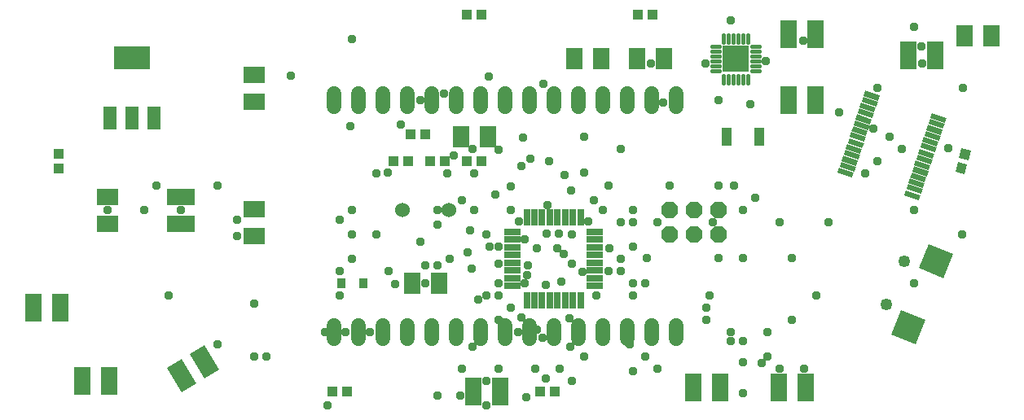
<source format=gbr>
G04 EAGLE Gerber RS-274X export*
G75*
%MOMM*%
%FSLAX34Y34*%
%LPD*%
%INSoldermask Top*%
%IPPOS*%
%AMOC8*
5,1,8,0,0,1.08239X$1,22.5*%
G01*
%ADD10R,1.803200X2.903200*%
%ADD11R,2.903200X1.803200*%
%ADD12R,0.833200X1.033200*%
%ADD13P,1.869504X8X22.500000*%
%ADD14R,1.003200X1.003200*%
%ADD15R,1.003200X1.003200*%
%ADD16C,1.524000*%
%ADD17R,2.203200X1.803200*%
%ADD18R,1.803200X2.203200*%
%ADD19R,1.003200X1.903200*%
%ADD20R,2.743200X2.743200*%
%ADD21C,1.253200*%
%ADD22R,1.703200X0.753200*%
%ADD23R,0.753200X1.703200*%
%ADD24R,0.551200X1.600200*%
%ADD25C,1.524000*%
%ADD26C,0.457200*%
%ADD27R,2.819400X2.819400*%
%ADD28R,1.422400X2.438400*%
%ADD29R,3.803200X2.403200*%
%ADD30C,0.959600*%


D10*
X801400Y44450D03*
X773400Y44450D03*
X138400Y50800D03*
X166400Y50800D03*
X87600Y127000D03*
X115600Y127000D03*
X862300Y44450D03*
X890300Y44450D03*
X544800Y40057D03*
X572800Y40057D03*
D11*
X241300Y214600D03*
X241300Y242600D03*
D10*
G36*
X250744Y78497D02*
X266167Y87838D01*
X281206Y63007D01*
X265783Y53666D01*
X250744Y78497D01*
G37*
G36*
X226794Y63993D02*
X242217Y73334D01*
X257256Y48503D01*
X241833Y39162D01*
X226794Y63993D01*
G37*
D12*
X407600Y152400D03*
X430600Y152400D03*
D13*
X749300Y203200D03*
X749300Y228600D03*
X774700Y203200D03*
X774700Y228600D03*
X800100Y203200D03*
X800100Y228600D03*
D14*
X538600Y279400D03*
X553600Y279400D03*
X114300Y271900D03*
X114300Y286900D03*
X500500Y279400D03*
X515500Y279400D03*
X462400Y279400D03*
X477400Y279400D03*
X480180Y307340D03*
X495180Y307340D03*
X538600Y431800D03*
X553600Y431800D03*
X716400Y431800D03*
X731400Y431800D03*
D15*
G36*
X1049918Y283120D02*
X1052565Y292795D01*
X1062240Y290148D01*
X1059593Y280473D01*
X1049918Y283120D01*
G37*
G36*
X1045960Y268652D02*
X1048607Y278327D01*
X1058282Y275680D01*
X1055635Y266005D01*
X1045960Y268652D01*
G37*
D14*
X614800Y40057D03*
X629800Y40057D03*
X398900Y40057D03*
X413900Y40057D03*
D16*
X471170Y228600D03*
X519430Y228600D03*
D17*
X317500Y341600D03*
X317500Y369600D03*
D18*
X532100Y304800D03*
X560100Y304800D03*
X481300Y152400D03*
X509300Y152400D03*
X1083340Y410210D03*
X1055340Y410210D03*
D17*
X317500Y201900D03*
X317500Y229900D03*
D19*
X808500Y304800D03*
X842500Y304800D03*
D20*
G36*
X1008176Y168185D02*
X1018762Y193491D01*
X1044068Y182905D01*
X1033482Y157599D01*
X1008176Y168185D01*
G37*
G36*
X979426Y99456D02*
X990012Y124762D01*
X1015318Y114176D01*
X1004732Y88870D01*
X979426Y99456D01*
G37*
D21*
X993152Y175245D03*
X974436Y130502D03*
D22*
X671650Y149800D03*
X671650Y157800D03*
X671650Y165800D03*
X671650Y173800D03*
X671650Y181800D03*
X671650Y189800D03*
X671650Y197800D03*
X671650Y205800D03*
D23*
X656650Y220800D03*
X648650Y220800D03*
X640650Y220800D03*
X632650Y220800D03*
X624650Y220800D03*
X616650Y220800D03*
X608650Y220800D03*
X600650Y220800D03*
D22*
X585650Y205800D03*
X585650Y197800D03*
X585650Y189800D03*
X585650Y181800D03*
X585650Y173800D03*
X585650Y165800D03*
X585650Y157800D03*
X585650Y149800D03*
D23*
X600650Y134800D03*
X608650Y134800D03*
X616650Y134800D03*
X624650Y134800D03*
X632650Y134800D03*
X640650Y134800D03*
X648650Y134800D03*
X656650Y134800D03*
D24*
G36*
X1020104Y324232D02*
X1021862Y329456D01*
X1037028Y324352D01*
X1035270Y319128D01*
X1020104Y324232D01*
G37*
G36*
X1018031Y318072D02*
X1019789Y323296D01*
X1034955Y318192D01*
X1033197Y312968D01*
X1018031Y318072D01*
G37*
G36*
X1015958Y311911D02*
X1017716Y317135D01*
X1032882Y312031D01*
X1031124Y306807D01*
X1015958Y311911D01*
G37*
G36*
X1013885Y305751D02*
X1015643Y310975D01*
X1030809Y305871D01*
X1029051Y300647D01*
X1013885Y305751D01*
G37*
G36*
X1011812Y299590D02*
X1013570Y304814D01*
X1028736Y299710D01*
X1026978Y294486D01*
X1011812Y299590D01*
G37*
G36*
X1009738Y293430D02*
X1011496Y298654D01*
X1026662Y293550D01*
X1024904Y288326D01*
X1009738Y293430D01*
G37*
G36*
X1007665Y287269D02*
X1009423Y292493D01*
X1024589Y287389D01*
X1022831Y282165D01*
X1007665Y287269D01*
G37*
G36*
X1003519Y274948D02*
X1005277Y280172D01*
X1020443Y275068D01*
X1018685Y269844D01*
X1003519Y274948D01*
G37*
G36*
X1005592Y281109D02*
X1007350Y286333D01*
X1022516Y281229D01*
X1020758Y276005D01*
X1005592Y281109D01*
G37*
G36*
X1001445Y268788D02*
X1003203Y274012D01*
X1018369Y268908D01*
X1016611Y263684D01*
X1001445Y268788D01*
G37*
G36*
X999372Y262627D02*
X1001130Y267851D01*
X1016296Y262747D01*
X1014538Y257523D01*
X999372Y262627D01*
G37*
G36*
X997299Y256467D02*
X999057Y261691D01*
X1014223Y256587D01*
X1012465Y251363D01*
X997299Y256467D01*
G37*
G36*
X995226Y250306D02*
X996984Y255530D01*
X1012150Y250426D01*
X1010392Y245202D01*
X995226Y250306D01*
G37*
G36*
X993152Y244146D02*
X994910Y249370D01*
X1010076Y244266D01*
X1008318Y239042D01*
X993152Y244146D01*
G37*
G36*
X950804Y347554D02*
X952562Y352778D01*
X967728Y347674D01*
X965970Y342450D01*
X950804Y347554D01*
G37*
G36*
X948730Y341394D02*
X950488Y346618D01*
X965654Y341514D01*
X963896Y336290D01*
X948730Y341394D01*
G37*
G36*
X946657Y335233D02*
X948415Y340457D01*
X963581Y335353D01*
X961823Y330129D01*
X946657Y335233D01*
G37*
G36*
X944584Y329073D02*
X946342Y334297D01*
X961508Y329193D01*
X959750Y323969D01*
X944584Y329073D01*
G37*
G36*
X942511Y322912D02*
X944269Y328136D01*
X959435Y323032D01*
X957677Y317808D01*
X942511Y322912D01*
G37*
G36*
X940437Y316752D02*
X942195Y321976D01*
X957361Y316872D01*
X955603Y311648D01*
X940437Y316752D01*
G37*
G36*
X938364Y310591D02*
X940122Y315815D01*
X955288Y310711D01*
X953530Y305487D01*
X938364Y310591D01*
G37*
G36*
X936291Y304431D02*
X938049Y309655D01*
X953215Y304551D01*
X951457Y299327D01*
X936291Y304431D01*
G37*
G36*
X934218Y298270D02*
X935976Y303494D01*
X951142Y298390D01*
X949384Y293166D01*
X934218Y298270D01*
G37*
G36*
X932144Y292110D02*
X933902Y297334D01*
X949068Y292230D01*
X947310Y287006D01*
X932144Y292110D01*
G37*
G36*
X930071Y285949D02*
X931829Y291173D01*
X946995Y286069D01*
X945237Y280845D01*
X930071Y285949D01*
G37*
G36*
X927998Y279789D02*
X929756Y285013D01*
X944922Y279909D01*
X943164Y274685D01*
X927998Y279789D01*
G37*
G36*
X925925Y273628D02*
X927683Y278852D01*
X942849Y273748D01*
X941091Y268524D01*
X925925Y273628D01*
G37*
G36*
X923852Y267468D02*
X925610Y272692D01*
X940776Y267588D01*
X939018Y262364D01*
X923852Y267468D01*
G37*
D25*
X400050Y336296D02*
X400050Y349504D01*
X425450Y349504D02*
X425450Y336296D01*
X450850Y336296D02*
X450850Y349504D01*
X476250Y349504D02*
X476250Y336296D01*
X501650Y336296D02*
X501650Y349504D01*
X527050Y349504D02*
X527050Y336296D01*
X552450Y336296D02*
X552450Y349504D01*
X577850Y349504D02*
X577850Y336296D01*
X603250Y336296D02*
X603250Y349504D01*
X628650Y349504D02*
X628650Y336296D01*
X654050Y336296D02*
X654050Y349504D01*
X679450Y349504D02*
X679450Y336296D01*
X704850Y336296D02*
X704850Y349504D01*
X730250Y349504D02*
X730250Y336296D01*
X755650Y336296D02*
X755650Y349504D01*
X400050Y108204D02*
X400050Y94996D01*
X425450Y94996D02*
X425450Y108204D01*
X450850Y108204D02*
X450850Y94996D01*
X476250Y94996D02*
X476250Y108204D01*
X501650Y108204D02*
X501650Y94996D01*
X527050Y94996D02*
X527050Y108204D01*
X552450Y108204D02*
X552450Y94996D01*
X577850Y94996D02*
X577850Y108204D01*
X603250Y108204D02*
X603250Y94996D01*
X628650Y94996D02*
X628650Y108204D01*
X654050Y108204D02*
X654050Y94996D01*
X679450Y94996D02*
X679450Y108204D01*
X704850Y108204D02*
X704850Y94996D01*
X730250Y94996D02*
X730250Y108204D01*
X755650Y108204D02*
X755650Y94996D01*
D17*
X165100Y214600D03*
X165100Y242600D03*
D26*
X805213Y403086D02*
X805213Y410706D01*
X810259Y410706D02*
X810259Y403086D01*
X815305Y403086D02*
X815305Y410706D01*
X820655Y410706D02*
X820655Y403086D01*
X825676Y403086D02*
X825676Y410706D01*
X830747Y410706D02*
X830747Y403086D01*
X805213Y368674D02*
X805213Y361054D01*
X810259Y361054D02*
X810259Y368674D01*
X815305Y368674D02*
X815305Y361054D01*
X820655Y361054D02*
X820655Y368674D01*
X825676Y368674D02*
X825676Y361054D01*
X830747Y361054D02*
X830747Y368674D01*
X834932Y373113D02*
X842552Y373113D01*
X842552Y378159D02*
X834932Y378159D01*
X834932Y383205D02*
X842552Y383205D01*
X842552Y388555D02*
X834932Y388555D01*
X834932Y393576D02*
X842552Y393576D01*
X842552Y398647D02*
X834932Y398647D01*
X801028Y373113D02*
X793408Y373113D01*
X793408Y378159D02*
X801028Y378159D01*
X801028Y383205D02*
X793408Y383205D01*
X793408Y388555D02*
X801028Y388555D01*
X801028Y393576D02*
X793408Y393576D01*
X793408Y398647D02*
X801028Y398647D01*
D27*
X818080Y385980D03*
D10*
X996920Y389890D03*
X1024920Y389890D03*
X873095Y411480D03*
X901095Y411480D03*
D18*
X714980Y385880D03*
X742980Y385880D03*
X650210Y385880D03*
X678210Y385880D03*
D10*
X873095Y342900D03*
X901095Y342900D03*
D28*
X167386Y324612D03*
X190500Y324612D03*
X213614Y324612D03*
D29*
X190500Y386590D03*
D30*
X660400Y76200D03*
X960909Y313209D03*
X838200Y241300D03*
X825500Y228600D03*
X812800Y101600D03*
X620461Y53769D03*
X647700Y50800D03*
X711200Y61282D03*
X844680Y69568D03*
X825500Y70132D03*
X444500Y203200D03*
X645029Y116026D03*
X635000Y63500D03*
X645501Y86701D03*
X863600Y63500D03*
X736600Y63500D03*
X550104Y135544D03*
X558800Y50800D03*
X355600Y368300D03*
X533400Y63500D03*
X793722Y215900D03*
X444500Y266700D03*
X406400Y218254D03*
X419100Y177800D03*
X437360Y101600D03*
X508000Y35616D03*
X850900Y76200D03*
X850900Y101600D03*
X825500Y178350D03*
X800100Y178350D03*
X558800Y25400D03*
X647700Y172720D03*
X489740Y342900D03*
X600996Y161290D03*
X620279Y150708D03*
X711200Y215900D03*
X317500Y131386D03*
X876300Y178350D03*
X876300Y114300D03*
X456318Y267751D03*
X518463Y266698D03*
X816074Y254000D03*
X800100Y254000D03*
X914400Y215900D03*
X990600Y292100D03*
X508000Y170754D03*
X463820Y151836D03*
X571500Y63500D03*
X543901Y86701D03*
X571500Y152400D03*
X411960Y101600D03*
X924895Y330200D03*
X887730Y405130D03*
X1010920Y398780D03*
X787400Y114300D03*
X514287Y349313D03*
X790674Y139700D03*
X711200Y139700D03*
X673100Y139700D03*
X560960Y367566D03*
X787400Y127000D03*
X825500Y38100D03*
X812800Y92174D03*
X1053046Y203561D03*
X621030Y204470D03*
X723900Y76200D03*
X633730Y204470D03*
X723900Y152400D03*
X698500Y177800D03*
X698500Y215900D03*
X600046Y33989D03*
X647700Y203200D03*
X279400Y254000D03*
X417700Y316133D03*
X469900Y317500D03*
X571782Y290978D03*
X596900Y303580D03*
X660400Y304800D03*
X670869Y239069D03*
X685800Y254000D03*
X646712Y248725D03*
X622300Y233606D03*
X632366Y188671D03*
X711200Y228600D03*
X568033Y244531D03*
X617946Y359954D03*
X742160Y340005D03*
X543714Y167486D03*
X571500Y190500D03*
X616740Y95888D03*
X598456Y197895D03*
X592594Y216904D03*
X729674Y381000D03*
X812800Y425732D03*
X639559Y264894D03*
X698500Y292100D03*
X591340Y101600D03*
X623996Y279400D03*
X520700Y177800D03*
X558800Y139700D03*
X571500Y139700D03*
X571500Y114300D03*
X610870Y104140D03*
X594701Y116499D03*
X584200Y127000D03*
X598456Y152400D03*
X602266Y171450D03*
X707672Y88900D03*
X406400Y139700D03*
X419100Y203200D03*
X419100Y228600D03*
X611044Y188501D03*
X736600Y215900D03*
X604573Y282288D03*
X594718Y274019D03*
X698500Y165100D03*
X711200Y190500D03*
X562412Y190357D03*
X660400Y267942D03*
X977900Y304800D03*
X965200Y279400D03*
X952500Y266700D03*
X863600Y215900D03*
X749300Y254000D03*
X965200Y355600D03*
X786832Y381000D03*
X849128Y383691D03*
X490310Y195490D03*
X508000Y213642D03*
X541809Y207491D03*
X584423Y253219D03*
X679732Y228600D03*
X664706Y216904D03*
X228600Y139700D03*
X406400Y165100D03*
X457200Y165100D03*
X508000Y228600D03*
X546100Y228600D03*
X539325Y184432D03*
X571795Y172430D03*
X636453Y154429D03*
X658844Y164542D03*
X725904Y178350D03*
X711448Y152152D03*
X685800Y165100D03*
X524510Y285750D03*
X533460Y238639D03*
X583846Y228954D03*
X558446Y203554D03*
X544715Y291754D03*
X546100Y266700D03*
X1003300Y152400D03*
X1003300Y228600D03*
X686348Y189167D03*
X1039112Y292792D03*
X901700Y139700D03*
X639445Y182898D03*
X495300Y170754D03*
X495300Y152400D03*
X1003300Y419100D03*
X800100Y342900D03*
X1054100Y355600D03*
X825500Y92174D03*
X165100Y228600D03*
X330200Y76200D03*
X391160Y101600D03*
X241300Y228600D03*
X279400Y88900D03*
X317500Y76200D03*
X889000Y63500D03*
X203200Y228600D03*
X393700Y25400D03*
X215900Y254000D03*
X419100Y406400D03*
X609600Y63500D03*
X531494Y35616D03*
X1011614Y381000D03*
X832674Y339090D03*
X299278Y218308D03*
X299720Y201930D03*
M02*

</source>
